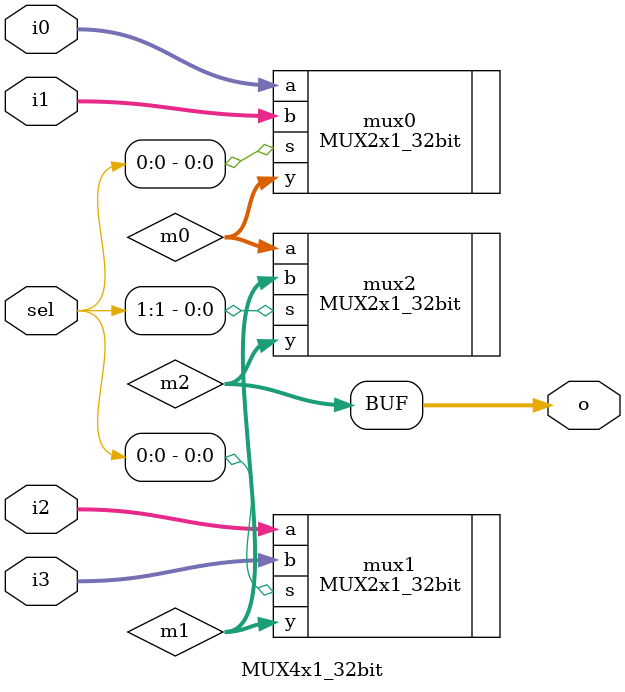
<source format=v>
module MUX4x1_32bit (
  input [31:0] i0,
  input [31:0] i1,
  input [31:0] i2,
  input [31:0] i3,
  input [1:0] sel,
  output [31:0] o
);

wire [31:0] m0, m1, m2;

MUX2x1_32bit mux0 (.a(i0), .b(i1), .s(sel[0]), .y(m0));
MUX2x1_32bit mux1 (.a(i2), .b(i3), .s(sel[0]), .y(m1));
MUX2x1_32bit mux2 (.a(m0), .b(m1), .s(sel[1]), .y(m2));

assign o = m2;

endmodule

</source>
